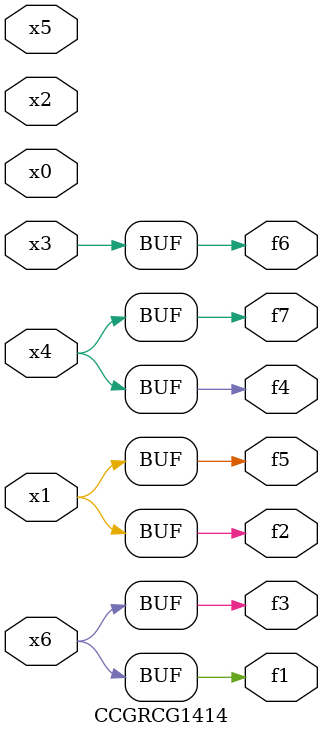
<source format=v>
module CCGRCG1414(
	input x0, x1, x2, x3, x4, x5, x6,
	output f1, f2, f3, f4, f5, f6, f7
);
	assign f1 = x6;
	assign f2 = x1;
	assign f3 = x6;
	assign f4 = x4;
	assign f5 = x1;
	assign f6 = x3;
	assign f7 = x4;
endmodule

</source>
